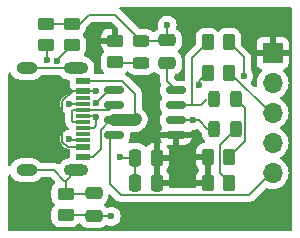
<source format=gtl>
G04 #@! TF.GenerationSoftware,KiCad,Pcbnew,8.0.7*
G04 #@! TF.CreationDate,2025-01-24T00:56:05+09:00*
G04 #@! TF.ProjectId,ch340_silial_release,63683334-305f-4736-996c-69616c5f7265,rev?*
G04 #@! TF.SameCoordinates,Original*
G04 #@! TF.FileFunction,Copper,L1,Top*
G04 #@! TF.FilePolarity,Positive*
%FSLAX46Y46*%
G04 Gerber Fmt 4.6, Leading zero omitted, Abs format (unit mm)*
G04 Created by KiCad (PCBNEW 8.0.7) date 2025-01-24 00:56:05*
%MOMM*%
%LPD*%
G01*
G04 APERTURE LIST*
G04 Aperture macros list*
%AMRoundRect*
0 Rectangle with rounded corners*
0 $1 Rounding radius*
0 $2 $3 $4 $5 $6 $7 $8 $9 X,Y pos of 4 corners*
0 Add a 4 corners polygon primitive as box body*
4,1,4,$2,$3,$4,$5,$6,$7,$8,$9,$2,$3,0*
0 Add four circle primitives for the rounded corners*
1,1,$1+$1,$2,$3*
1,1,$1+$1,$4,$5*
1,1,$1+$1,$6,$7*
1,1,$1+$1,$8,$9*
0 Add four rect primitives between the rounded corners*
20,1,$1+$1,$2,$3,$4,$5,0*
20,1,$1+$1,$4,$5,$6,$7,0*
20,1,$1+$1,$6,$7,$8,$9,0*
20,1,$1+$1,$8,$9,$2,$3,0*%
G04 Aperture macros list end*
G04 #@! TA.AperFunction,SMDPad,CuDef*
%ADD10R,1.240000X0.600000*%
G04 #@! TD*
G04 #@! TA.AperFunction,SMDPad,CuDef*
%ADD11R,1.240000X0.300000*%
G04 #@! TD*
G04 #@! TA.AperFunction,ComponentPad*
%ADD12O,2.100000X1.000000*%
G04 #@! TD*
G04 #@! TA.AperFunction,ComponentPad*
%ADD13O,1.800000X1.000000*%
G04 #@! TD*
G04 #@! TA.AperFunction,ComponentPad*
%ADD14R,1.700000X1.700000*%
G04 #@! TD*
G04 #@! TA.AperFunction,ComponentPad*
%ADD15O,1.700000X1.700000*%
G04 #@! TD*
G04 #@! TA.AperFunction,SMDPad,CuDef*
%ADD16RoundRect,0.250000X0.262500X0.450000X-0.262500X0.450000X-0.262500X-0.450000X0.262500X-0.450000X0*%
G04 #@! TD*
G04 #@! TA.AperFunction,SMDPad,CuDef*
%ADD17RoundRect,0.250000X-0.450000X0.262500X-0.450000X-0.262500X0.450000X-0.262500X0.450000X0.262500X0*%
G04 #@! TD*
G04 #@! TA.AperFunction,SMDPad,CuDef*
%ADD18RoundRect,0.250000X0.450000X-0.262500X0.450000X0.262500X-0.450000X0.262500X-0.450000X-0.262500X0*%
G04 #@! TD*
G04 #@! TA.AperFunction,SMDPad,CuDef*
%ADD19RoundRect,0.150000X-0.675000X-0.150000X0.675000X-0.150000X0.675000X0.150000X-0.675000X0.150000X0*%
G04 #@! TD*
G04 #@! TA.AperFunction,SMDPad,CuDef*
%ADD20RoundRect,0.243750X-0.456250X0.243750X-0.456250X-0.243750X0.456250X-0.243750X0.456250X0.243750X0*%
G04 #@! TD*
G04 #@! TA.AperFunction,SMDPad,CuDef*
%ADD21RoundRect,0.250000X-0.475000X0.250000X-0.475000X-0.250000X0.475000X-0.250000X0.475000X0.250000X0*%
G04 #@! TD*
G04 #@! TA.AperFunction,SMDPad,CuDef*
%ADD22RoundRect,0.250000X0.475000X-0.250000X0.475000X0.250000X-0.475000X0.250000X-0.475000X-0.250000X0*%
G04 #@! TD*
G04 #@! TA.AperFunction,SMDPad,CuDef*
%ADD23RoundRect,0.250000X-0.250000X-0.475000X0.250000X-0.475000X0.250000X0.475000X-0.250000X0.475000X0*%
G04 #@! TD*
G04 #@! TA.AperFunction,SMDPad,CuDef*
%ADD24RoundRect,0.243750X-0.243750X-0.456250X0.243750X-0.456250X0.243750X0.456250X-0.243750X0.456250X0*%
G04 #@! TD*
G04 #@! TA.AperFunction,ViaPad*
%ADD25C,0.600000*%
G04 #@! TD*
G04 #@! TA.AperFunction,Conductor*
%ADD26C,0.200000*%
G04 #@! TD*
G04 #@! TA.AperFunction,Conductor*
%ADD27C,1.000000*%
G04 #@! TD*
G04 APERTURE END LIST*
D10*
X108620000Y-56810000D03*
X108620000Y-57610000D03*
D11*
X108620000Y-58760000D03*
X108620000Y-59760000D03*
X108620000Y-60260000D03*
X108620000Y-61260000D03*
D10*
X108620000Y-62410000D03*
X108620000Y-63210000D03*
X108620000Y-63210000D03*
X108620000Y-62410000D03*
D11*
X108620000Y-61760000D03*
X108620000Y-60760000D03*
X108620000Y-59260000D03*
X108620000Y-58260000D03*
D10*
X108620000Y-57610000D03*
X108620000Y-56810000D03*
D12*
X108020000Y-55690000D03*
D13*
X103820000Y-55690000D03*
D12*
X108020000Y-64330000D03*
D13*
X103820000Y-64330000D03*
D14*
X124650000Y-54410000D03*
D15*
X124650000Y-56950000D03*
X124650000Y-59490000D03*
X124650000Y-62030000D03*
X124650000Y-64570000D03*
D16*
X120987500Y-63225000D03*
X119162500Y-63225000D03*
D17*
X111325000Y-53362500D03*
X111325000Y-55187500D03*
X105500000Y-51937500D03*
X105500000Y-53762500D03*
D18*
X107125000Y-68162500D03*
X107125000Y-66337500D03*
D19*
X111225000Y-57570000D03*
X111225000Y-58840000D03*
X111225000Y-60110000D03*
X111225000Y-61380000D03*
X116475000Y-61380000D03*
X116475000Y-60110000D03*
X116475000Y-58840000D03*
X116475000Y-57570000D03*
D20*
X113500000Y-53387500D03*
X113500000Y-55262500D03*
D21*
X109500000Y-66300000D03*
X109500000Y-68200000D03*
D16*
X120967500Y-56075000D03*
X119142500Y-56075000D03*
D22*
X115725000Y-55250000D03*
X115725000Y-53350000D03*
D16*
X120987500Y-65425000D03*
X119162500Y-65425000D03*
D23*
X112975000Y-65395000D03*
X114875000Y-65395000D03*
D24*
X119650000Y-58325000D03*
X121525000Y-58325000D03*
D17*
X107650000Y-51937500D03*
X107650000Y-53762500D03*
D23*
X112975000Y-63275000D03*
X114875000Y-63275000D03*
D16*
X120967500Y-53523332D03*
X119142500Y-53523332D03*
D24*
X119650000Y-60825000D03*
X121525000Y-60825000D03*
D25*
X109700000Y-53400000D03*
X109725000Y-57650000D03*
X107425000Y-58750000D03*
X107450000Y-61725000D03*
X115725000Y-52050000D03*
X113075000Y-60025000D03*
X111700000Y-63250000D03*
X110975000Y-68250000D03*
X122199265Y-56375735D03*
X117900000Y-60110000D03*
X118450000Y-57125000D03*
X109740002Y-58660000D03*
X109700000Y-59860000D03*
X106375000Y-55075000D03*
X105525000Y-55025000D03*
D26*
X111287500Y-51175000D02*
X113500000Y-53387500D01*
X108337500Y-51937500D02*
X109100000Y-51175000D01*
X109100000Y-51175000D02*
X111287500Y-51175000D01*
X107650000Y-51937500D02*
X108337500Y-51937500D01*
X111287500Y-53400000D02*
X111325000Y-53362500D01*
X109700000Y-53400000D02*
X111287500Y-53400000D01*
X109685000Y-57610000D02*
X109725000Y-57650000D01*
X108620000Y-57610000D02*
X109685000Y-57610000D01*
X105500000Y-51937500D02*
X107650000Y-51937500D01*
X111400000Y-55262500D02*
X111325000Y-55187500D01*
X113500000Y-55262500D02*
X111400000Y-55262500D01*
X106825000Y-61950000D02*
X107285000Y-62410000D01*
X107285000Y-62410000D02*
X108620000Y-62410000D01*
X107716471Y-57610000D02*
X106825000Y-58501471D01*
X108620000Y-57610000D02*
X107716471Y-57610000D01*
X106825000Y-58501471D02*
X106825000Y-61950000D01*
X107435000Y-58760000D02*
X107425000Y-58750000D01*
X108620000Y-58760000D02*
X107435000Y-58760000D01*
X107485000Y-61760000D02*
X107450000Y-61725000D01*
X108620000Y-61760000D02*
X107485000Y-61760000D01*
D27*
X112990000Y-60110000D02*
X113075000Y-60025000D01*
D26*
X113500000Y-53387500D02*
X115687500Y-53387500D01*
X109500000Y-68200000D02*
X110925000Y-68200000D01*
X110925000Y-68200000D02*
X110975000Y-68250000D01*
X107125000Y-68162500D02*
X109462500Y-68162500D01*
X112975000Y-63275000D02*
X111725000Y-63275000D01*
X110100000Y-60900000D02*
X110890000Y-60110000D01*
D27*
X111225000Y-60110000D02*
X112990000Y-60110000D01*
D26*
X109462500Y-68162500D02*
X109500000Y-68200000D01*
X112990000Y-57869448D02*
X112990000Y-60110000D01*
X108620000Y-56810000D02*
X111930552Y-56810000D01*
X108620000Y-63210000D02*
X109440000Y-63210000D01*
X115725000Y-53350000D02*
X115725000Y-52050000D01*
X110100000Y-62550000D02*
X110100000Y-60900000D01*
X109440000Y-63210000D02*
X110100000Y-62550000D01*
X111725000Y-63275000D02*
X111700000Y-63250000D01*
X112975000Y-65395000D02*
X112975000Y-63275000D01*
X110890000Y-60110000D02*
X111225000Y-60110000D01*
X115687500Y-53387500D02*
X115725000Y-53350000D01*
X111930552Y-56810000D02*
X112990000Y-57869448D01*
X115725000Y-56820000D02*
X115725000Y-55250000D01*
X116475000Y-57570000D02*
X115725000Y-56820000D01*
X114875000Y-65395000D02*
X114875000Y-63275000D01*
X111806471Y-66425000D02*
X110925000Y-65543529D01*
X110925000Y-61680000D02*
X111225000Y-61380000D01*
X124500000Y-64605000D02*
X122680000Y-66425000D01*
X122680000Y-66425000D02*
X111806471Y-66425000D01*
X110925000Y-65543529D02*
X110925000Y-61680000D01*
X120967500Y-56075000D02*
X121050000Y-56075000D01*
X121050000Y-56075000D02*
X124500000Y-59525000D01*
X122199265Y-54755097D02*
X122199265Y-56375735D01*
X120967500Y-53523332D02*
X122199265Y-54755097D01*
X117900000Y-60110000D02*
X118422500Y-60110000D01*
X118422500Y-60110000D02*
X119137500Y-60825000D01*
X116475000Y-60110000D02*
X117900000Y-60110000D01*
X118450000Y-57125000D02*
X118450000Y-56767500D01*
X118450000Y-56767500D02*
X119142500Y-56075000D01*
X120175000Y-64612500D02*
X120175000Y-62175000D01*
X120987500Y-65425000D02*
X120175000Y-64612500D01*
X120175000Y-62175000D02*
X121525000Y-60825000D01*
X116475000Y-58840000D02*
X117850000Y-58840000D01*
X117850000Y-58840000D02*
X118597500Y-58840000D01*
X117850000Y-58840000D02*
X117850000Y-54815832D01*
X118597500Y-58840000D02*
X119137500Y-58300000D01*
X117850000Y-54815832D02*
X119142500Y-53523332D01*
X122312500Y-61900000D02*
X120987500Y-63225000D01*
X122312500Y-59112500D02*
X122312500Y-61900000D01*
X121525000Y-58325000D02*
X122312500Y-59112500D01*
X106105000Y-64330000D02*
X103820000Y-64330000D01*
X107125000Y-66337500D02*
X107125000Y-65225000D01*
X107125000Y-66337500D02*
X109462500Y-66337500D01*
X107000000Y-65225000D02*
X106105000Y-64330000D01*
X107125000Y-65225000D02*
X107000000Y-65225000D01*
X109462500Y-66337500D02*
X109500000Y-66300000D01*
X103820000Y-55690000D02*
X108020000Y-55690000D01*
X107125000Y-65225000D02*
X108020000Y-64330000D01*
X109740002Y-58660000D02*
X110830002Y-57570000D01*
X109600000Y-59760000D02*
X109700000Y-59860000D01*
X109700000Y-60550000D02*
X109700000Y-59860000D01*
X108620000Y-60760000D02*
X109490000Y-60760000D01*
X110830002Y-57570000D02*
X111225000Y-57570000D01*
X108620000Y-59760000D02*
X109600000Y-59760000D01*
X109490000Y-60760000D02*
X109700000Y-60550000D01*
X106375000Y-55037500D02*
X107650000Y-53762500D01*
X106375000Y-55075000D02*
X106375000Y-55037500D01*
X106375000Y-55075000D02*
X106560000Y-54890000D01*
X110805000Y-59260000D02*
X111225000Y-58840000D01*
X107750000Y-60260000D02*
X107700000Y-60210000D01*
X111160000Y-58775000D02*
X111225000Y-58840000D01*
X107700000Y-60210000D02*
X107700000Y-59310000D01*
X107700000Y-59310000D02*
X107750000Y-59260000D01*
X107750000Y-59260000D02*
X108620000Y-59260000D01*
X108620000Y-59260000D02*
X110805000Y-59260000D01*
X108620000Y-60260000D02*
X107750000Y-60260000D01*
X105525000Y-53787500D02*
X105500000Y-53762500D01*
X105525000Y-55025000D02*
X105525000Y-53787500D01*
G04 #@! TA.AperFunction,Conductor*
G36*
X126217539Y-50525185D02*
G01*
X126263294Y-50577989D01*
X126274500Y-50629500D01*
X126274500Y-69375500D01*
X126254815Y-69442539D01*
X126202011Y-69488294D01*
X126150500Y-69499500D01*
X102399500Y-69499500D01*
X102332461Y-69479815D01*
X102286706Y-69427011D01*
X102275500Y-69375500D01*
X102275500Y-64804755D01*
X102295185Y-64737716D01*
X102347989Y-64691961D01*
X102417147Y-64682017D01*
X102480703Y-64711042D01*
X102514061Y-64757303D01*
X102533364Y-64803908D01*
X102533371Y-64803920D01*
X102642860Y-64967781D01*
X102642863Y-64967785D01*
X102782214Y-65107136D01*
X102782218Y-65107139D01*
X102946079Y-65216628D01*
X102946092Y-65216635D01*
X103076138Y-65270501D01*
X103128165Y-65292051D01*
X103128169Y-65292051D01*
X103128170Y-65292052D01*
X103321456Y-65330500D01*
X103321459Y-65330500D01*
X104318543Y-65330500D01*
X104466846Y-65301000D01*
X104511835Y-65292051D01*
X104693914Y-65216632D01*
X104857782Y-65107139D01*
X104877103Y-65087818D01*
X104998103Y-64966819D01*
X105059426Y-64933334D01*
X105085784Y-64930500D01*
X105804903Y-64930500D01*
X105871942Y-64950185D01*
X105892584Y-64966819D01*
X106220460Y-65294695D01*
X106253945Y-65356018D01*
X106248961Y-65425710D01*
X106209692Y-65479640D01*
X106206346Y-65482285D01*
X106082289Y-65606342D01*
X105990187Y-65755663D01*
X105990185Y-65755668D01*
X105971090Y-65813294D01*
X105935001Y-65922203D01*
X105935001Y-65922204D01*
X105935000Y-65922204D01*
X105924500Y-66024983D01*
X105924500Y-66650001D01*
X105924501Y-66650019D01*
X105935000Y-66752796D01*
X105935001Y-66752799D01*
X105973618Y-66869336D01*
X105990186Y-66919334D01*
X106055669Y-67025500D01*
X106082289Y-67068657D01*
X106175951Y-67162319D01*
X106209436Y-67223642D01*
X106204452Y-67293334D01*
X106175951Y-67337681D01*
X106082289Y-67431342D01*
X105990187Y-67580663D01*
X105990186Y-67580666D01*
X105935001Y-67747203D01*
X105935001Y-67747204D01*
X105935000Y-67747204D01*
X105924500Y-67849983D01*
X105924500Y-68475001D01*
X105924501Y-68475019D01*
X105935000Y-68577796D01*
X105935001Y-68577799D01*
X105942200Y-68599523D01*
X105990186Y-68744334D01*
X106082288Y-68893656D01*
X106206344Y-69017712D01*
X106355666Y-69109814D01*
X106522203Y-69164999D01*
X106624991Y-69175500D01*
X107625008Y-69175499D01*
X107625016Y-69175498D01*
X107625019Y-69175498D01*
X107681302Y-69169748D01*
X107727797Y-69164999D01*
X107894334Y-69109814D01*
X108043656Y-69017712D01*
X108167712Y-68893656D01*
X108186752Y-68862787D01*
X108238699Y-68816064D01*
X108307662Y-68804841D01*
X108371744Y-68832685D01*
X108397827Y-68862786D01*
X108432288Y-68918656D01*
X108556344Y-69042712D01*
X108705666Y-69134814D01*
X108872203Y-69189999D01*
X108974991Y-69200500D01*
X110025008Y-69200499D01*
X110025016Y-69200498D01*
X110025019Y-69200498D01*
X110081302Y-69194748D01*
X110127797Y-69189999D01*
X110294334Y-69134814D01*
X110443656Y-69042712D01*
X110485712Y-69000656D01*
X110547035Y-68967170D01*
X110616726Y-68972154D01*
X110624239Y-68975355D01*
X110625476Y-68975787D01*
X110625478Y-68975789D01*
X110686462Y-68997128D01*
X110795737Y-69035366D01*
X110795743Y-69035367D01*
X110795745Y-69035368D01*
X110795746Y-69035368D01*
X110795750Y-69035369D01*
X110974996Y-69055565D01*
X110975000Y-69055565D01*
X110975004Y-69055565D01*
X111154249Y-69035369D01*
X111154252Y-69035368D01*
X111154255Y-69035368D01*
X111324522Y-68975789D01*
X111477262Y-68879816D01*
X111604816Y-68752262D01*
X111700789Y-68599522D01*
X111760368Y-68429255D01*
X111780565Y-68250000D01*
X111760368Y-68070745D01*
X111700789Y-67900478D01*
X111604816Y-67747738D01*
X111477262Y-67620184D01*
X111384663Y-67562000D01*
X111324523Y-67524211D01*
X111154254Y-67464631D01*
X111154249Y-67464630D01*
X110975004Y-67444435D01*
X110974996Y-67444435D01*
X110795750Y-67464630D01*
X110795742Y-67464632D01*
X110687981Y-67502339D01*
X110618202Y-67505900D01*
X110559346Y-67472978D01*
X110443658Y-67357290D01*
X110443656Y-67357288D01*
X110440819Y-67355538D01*
X110439283Y-67353830D01*
X110437989Y-67352807D01*
X110438163Y-67352585D01*
X110394096Y-67303594D01*
X110382872Y-67234632D01*
X110410713Y-67170549D01*
X110440817Y-67144462D01*
X110443656Y-67142712D01*
X110567712Y-67018656D01*
X110659814Y-66869334D01*
X110714999Y-66702797D01*
X110725500Y-66600009D01*
X110725499Y-66492623D01*
X110745183Y-66425586D01*
X110797987Y-66379831D01*
X110867145Y-66369887D01*
X110930701Y-66398911D01*
X110937180Y-66404944D01*
X111321610Y-66789374D01*
X111321620Y-66789385D01*
X111325950Y-66793715D01*
X111325951Y-66793716D01*
X111437755Y-66905520D01*
X111461686Y-66919336D01*
X111524566Y-66955639D01*
X111524568Y-66955641D01*
X111574684Y-66984576D01*
X111574686Y-66984577D01*
X111727413Y-67025500D01*
X111727414Y-67025500D01*
X122593331Y-67025500D01*
X122593347Y-67025501D01*
X122600943Y-67025501D01*
X122759054Y-67025501D01*
X122759057Y-67025501D01*
X122911785Y-66984577D01*
X122961904Y-66955639D01*
X123048716Y-66905520D01*
X123160520Y-66793716D01*
X123160520Y-66793714D01*
X123170728Y-66783507D01*
X123170729Y-66783504D01*
X124075772Y-65878462D01*
X124137093Y-65844979D01*
X124195544Y-65846370D01*
X124414592Y-65905063D01*
X124602918Y-65921539D01*
X124649999Y-65925659D01*
X124650000Y-65925659D01*
X124650001Y-65925659D01*
X124689501Y-65922203D01*
X124885408Y-65905063D01*
X125113663Y-65843903D01*
X125327830Y-65744035D01*
X125521401Y-65608495D01*
X125688495Y-65441401D01*
X125824035Y-65247830D01*
X125923903Y-65033663D01*
X125985063Y-64805408D01*
X126005659Y-64570000D01*
X125985063Y-64334592D01*
X125933903Y-64143657D01*
X125923905Y-64106344D01*
X125923904Y-64106343D01*
X125923903Y-64106337D01*
X125824035Y-63892171D01*
X125806793Y-63867546D01*
X125688494Y-63698597D01*
X125521402Y-63531506D01*
X125521396Y-63531501D01*
X125335842Y-63401575D01*
X125292217Y-63346998D01*
X125285023Y-63277500D01*
X125316546Y-63215145D01*
X125335842Y-63198425D01*
X125477835Y-63099000D01*
X125521401Y-63068495D01*
X125688495Y-62901401D01*
X125824035Y-62707830D01*
X125923903Y-62493663D01*
X125985063Y-62265408D01*
X126005659Y-62030000D01*
X125985063Y-61794592D01*
X125923903Y-61566337D01*
X125824035Y-61352171D01*
X125809110Y-61330855D01*
X125688494Y-61158597D01*
X125521402Y-60991506D01*
X125521396Y-60991501D01*
X125335842Y-60861575D01*
X125292217Y-60806998D01*
X125285023Y-60737500D01*
X125316546Y-60675145D01*
X125335842Y-60658425D01*
X125378271Y-60628716D01*
X125521401Y-60528495D01*
X125688495Y-60361401D01*
X125824035Y-60167830D01*
X125923903Y-59953663D01*
X125985063Y-59725408D01*
X126005659Y-59490000D01*
X125985063Y-59254592D01*
X125923903Y-59026337D01*
X125824035Y-58812171D01*
X125776151Y-58743784D01*
X125688494Y-58618597D01*
X125521402Y-58451506D01*
X125521396Y-58451501D01*
X125335842Y-58321575D01*
X125292217Y-58266998D01*
X125285023Y-58197500D01*
X125316546Y-58135145D01*
X125335842Y-58118425D01*
X125358026Y-58102891D01*
X125521401Y-57988495D01*
X125688495Y-57821401D01*
X125824035Y-57627830D01*
X125923903Y-57413663D01*
X125985063Y-57185408D01*
X126005659Y-56950000D01*
X125985063Y-56714592D01*
X125923903Y-56486337D01*
X125824035Y-56272171D01*
X125823597Y-56271546D01*
X125688496Y-56078600D01*
X125636107Y-56026211D01*
X125566179Y-55956283D01*
X125532696Y-55894963D01*
X125537680Y-55825271D01*
X125579551Y-55769337D01*
X125610529Y-55752422D01*
X125742086Y-55703354D01*
X125742093Y-55703350D01*
X125857187Y-55617190D01*
X125857190Y-55617187D01*
X125943350Y-55502093D01*
X125943354Y-55502086D01*
X125993596Y-55367379D01*
X125993598Y-55367372D01*
X125999999Y-55307844D01*
X126000000Y-55307827D01*
X126000000Y-54660000D01*
X125083012Y-54660000D01*
X125115925Y-54602993D01*
X125150000Y-54475826D01*
X125150000Y-54344174D01*
X125115925Y-54217007D01*
X125083012Y-54160000D01*
X126000000Y-54160000D01*
X126000000Y-53512172D01*
X125999999Y-53512155D01*
X125993598Y-53452627D01*
X125993596Y-53452620D01*
X125943354Y-53317913D01*
X125943350Y-53317906D01*
X125857190Y-53202812D01*
X125857187Y-53202809D01*
X125742093Y-53116649D01*
X125742086Y-53116645D01*
X125607379Y-53066403D01*
X125607372Y-53066401D01*
X125547844Y-53060000D01*
X124900000Y-53060000D01*
X124900000Y-53976988D01*
X124842993Y-53944075D01*
X124715826Y-53910000D01*
X124584174Y-53910000D01*
X124457007Y-53944075D01*
X124400000Y-53976988D01*
X124400000Y-53060000D01*
X123752155Y-53060000D01*
X123692627Y-53066401D01*
X123692620Y-53066403D01*
X123557913Y-53116645D01*
X123557906Y-53116649D01*
X123442812Y-53202809D01*
X123442809Y-53202812D01*
X123356649Y-53317906D01*
X123356645Y-53317913D01*
X123306403Y-53452620D01*
X123306401Y-53452627D01*
X123300000Y-53512155D01*
X123300000Y-54160000D01*
X124216988Y-54160000D01*
X124184075Y-54217007D01*
X124150000Y-54344174D01*
X124150000Y-54475826D01*
X124184075Y-54602993D01*
X124216988Y-54660000D01*
X123300000Y-54660000D01*
X123300000Y-55307844D01*
X123306401Y-55367372D01*
X123306403Y-55367379D01*
X123356645Y-55502086D01*
X123356649Y-55502093D01*
X123442809Y-55617187D01*
X123442812Y-55617190D01*
X123557906Y-55703350D01*
X123557913Y-55703354D01*
X123689470Y-55752421D01*
X123745403Y-55794292D01*
X123769821Y-55859756D01*
X123754970Y-55928029D01*
X123733819Y-55956284D01*
X123611503Y-56078600D01*
X123475965Y-56272169D01*
X123475964Y-56272171D01*
X123376098Y-56486335D01*
X123376094Y-56486344D01*
X123314938Y-56714586D01*
X123314936Y-56714596D01*
X123294341Y-56949999D01*
X123294341Y-56950002D01*
X123314514Y-57180582D01*
X123300747Y-57249082D01*
X123252132Y-57299265D01*
X123184103Y-57315198D01*
X123118260Y-57291823D01*
X123103305Y-57279070D01*
X122850056Y-57025821D01*
X122816571Y-56964498D01*
X122821555Y-56894806D01*
X122832744Y-56872168D01*
X122925052Y-56725261D01*
X122925052Y-56725259D01*
X122925054Y-56725257D01*
X122984633Y-56554990D01*
X122985617Y-56546261D01*
X123004830Y-56375738D01*
X123004830Y-56375731D01*
X122984634Y-56196485D01*
X122984633Y-56196480D01*
X122943385Y-56078600D01*
X122925054Y-56026213D01*
X122829081Y-55873473D01*
X122829079Y-55873471D01*
X122829078Y-55873469D01*
X122826815Y-55870631D01*
X122825924Y-55868450D01*
X122825376Y-55867577D01*
X122825529Y-55867480D01*
X122800409Y-55805944D01*
X122799765Y-55793322D01*
X122799765Y-54844157D01*
X122799766Y-54844144D01*
X122799766Y-54676041D01*
X122794971Y-54658146D01*
X122758842Y-54523313D01*
X122742235Y-54494549D01*
X122679789Y-54386387D01*
X122679783Y-54386379D01*
X122016818Y-53723414D01*
X121983333Y-53662091D01*
X121980499Y-53635733D01*
X121980499Y-53023330D01*
X121980498Y-53023313D01*
X121969999Y-52920535D01*
X121969998Y-52920532D01*
X121946626Y-52850000D01*
X121914814Y-52753998D01*
X121822712Y-52604676D01*
X121698656Y-52480620D01*
X121567139Y-52399500D01*
X121549336Y-52388519D01*
X121549331Y-52388517D01*
X121523070Y-52379815D01*
X121382797Y-52333333D01*
X121382795Y-52333332D01*
X121280010Y-52322832D01*
X120654998Y-52322832D01*
X120654980Y-52322833D01*
X120552203Y-52333332D01*
X120552200Y-52333333D01*
X120385668Y-52388517D01*
X120385663Y-52388519D01*
X120236342Y-52480621D01*
X120142681Y-52574283D01*
X120081358Y-52607768D01*
X120011666Y-52602784D01*
X119967319Y-52574283D01*
X119873657Y-52480621D01*
X119873656Y-52480620D01*
X119742139Y-52399500D01*
X119724336Y-52388519D01*
X119724331Y-52388517D01*
X119698070Y-52379815D01*
X119557797Y-52333333D01*
X119557795Y-52333332D01*
X119455010Y-52322832D01*
X118829998Y-52322832D01*
X118829980Y-52322833D01*
X118727203Y-52333332D01*
X118727200Y-52333333D01*
X118560668Y-52388517D01*
X118560663Y-52388519D01*
X118411342Y-52480621D01*
X118287289Y-52604674D01*
X118195187Y-52753995D01*
X118195185Y-52754000D01*
X118172108Y-52823642D01*
X118140001Y-52920535D01*
X118140001Y-52920536D01*
X118140000Y-52920536D01*
X118129500Y-53023315D01*
X118129500Y-53635734D01*
X118109815Y-53702773D01*
X118093181Y-53723415D01*
X117369481Y-54447114D01*
X117369479Y-54447117D01*
X117354893Y-54472381D01*
X117325820Y-54522738D01*
X117290423Y-54584047D01*
X117249499Y-54736775D01*
X117249499Y-54736777D01*
X117249499Y-54904878D01*
X117249500Y-54904891D01*
X117249500Y-56645500D01*
X117229815Y-56712539D01*
X117177011Y-56758294D01*
X117125500Y-56769500D01*
X116575097Y-56769500D01*
X116508058Y-56749815D01*
X116487416Y-56733181D01*
X116361819Y-56607584D01*
X116328334Y-56546261D01*
X116325500Y-56519903D01*
X116325500Y-56338585D01*
X116345185Y-56271546D01*
X116397989Y-56225791D01*
X116410489Y-56220881D01*
X116519334Y-56184814D01*
X116668656Y-56092712D01*
X116792712Y-55968656D01*
X116884814Y-55819334D01*
X116939999Y-55652797D01*
X116950500Y-55550009D01*
X116950499Y-54949992D01*
X116949497Y-54940187D01*
X116939999Y-54847203D01*
X116939998Y-54847200D01*
X116919634Y-54785747D01*
X116884814Y-54680666D01*
X116792712Y-54531344D01*
X116668656Y-54407288D01*
X116665819Y-54405538D01*
X116664283Y-54403830D01*
X116662989Y-54402807D01*
X116663163Y-54402585D01*
X116619096Y-54353594D01*
X116607872Y-54284632D01*
X116635713Y-54220549D01*
X116665817Y-54194462D01*
X116668656Y-54192712D01*
X116792712Y-54068656D01*
X116884814Y-53919334D01*
X116939999Y-53752797D01*
X116950500Y-53650009D01*
X116950499Y-53049992D01*
X116947775Y-53023330D01*
X116939999Y-52947203D01*
X116939998Y-52947200D01*
X116926772Y-52907288D01*
X116884814Y-52780666D01*
X116792712Y-52631344D01*
X116668656Y-52507288D01*
X116543331Y-52429987D01*
X116496608Y-52378040D01*
X116485385Y-52309077D01*
X116491385Y-52283502D01*
X116510368Y-52229255D01*
X116530565Y-52050000D01*
X116510368Y-51870745D01*
X116450789Y-51700478D01*
X116354816Y-51547738D01*
X116227262Y-51420184D01*
X116074523Y-51324211D01*
X115904254Y-51264631D01*
X115904249Y-51264630D01*
X115725004Y-51244435D01*
X115724996Y-51244435D01*
X115545750Y-51264630D01*
X115545745Y-51264631D01*
X115375476Y-51324211D01*
X115222737Y-51420184D01*
X115095184Y-51547737D01*
X114999211Y-51700476D01*
X114939631Y-51870745D01*
X114939630Y-51870750D01*
X114919435Y-52049996D01*
X114919435Y-52050003D01*
X114939630Y-52229249D01*
X114939632Y-52229257D01*
X114958611Y-52283496D01*
X114962172Y-52353275D01*
X114927443Y-52413902D01*
X114906666Y-52429989D01*
X114781345Y-52507287D01*
X114664511Y-52624121D01*
X114603188Y-52657605D01*
X114533496Y-52652621D01*
X114489149Y-52624120D01*
X114421003Y-52555974D01*
X114420999Y-52555971D01*
X114272933Y-52464642D01*
X114272927Y-52464639D01*
X114272925Y-52464638D01*
X114168358Y-52429988D01*
X114107776Y-52409913D01*
X114005855Y-52399500D01*
X114005848Y-52399500D01*
X113412598Y-52399500D01*
X113345559Y-52379815D01*
X113324917Y-52363181D01*
X111775090Y-50813355D01*
X111775088Y-50813352D01*
X111678917Y-50717181D01*
X111645432Y-50655858D01*
X111650416Y-50586166D01*
X111692288Y-50530233D01*
X111757752Y-50505816D01*
X111766598Y-50505500D01*
X126150500Y-50505500D01*
X126217539Y-50525185D01*
G37*
G04 #@! TD.AperFunction*
G04 #@! TA.AperFunction,Conductor*
G36*
X112429002Y-55959878D02*
G01*
X112473350Y-55988379D01*
X112578996Y-56094025D01*
X112579000Y-56094028D01*
X112727066Y-56185357D01*
X112727069Y-56185358D01*
X112727075Y-56185362D01*
X112892225Y-56240087D01*
X112994152Y-56250500D01*
X112994157Y-56250500D01*
X114005843Y-56250500D01*
X114005848Y-56250500D01*
X114107775Y-56240087D01*
X114272925Y-56185362D01*
X114421003Y-56094026D01*
X114514152Y-56000876D01*
X114575471Y-55967394D01*
X114645163Y-55972378D01*
X114689511Y-56000879D01*
X114781344Y-56092712D01*
X114930666Y-56184814D01*
X115039505Y-56220879D01*
X115096949Y-56260652D01*
X115123772Y-56325167D01*
X115124500Y-56338585D01*
X115124500Y-56733330D01*
X115124499Y-56733348D01*
X115124499Y-56899054D01*
X115124498Y-56899054D01*
X115165424Y-57051788D01*
X115181657Y-57079904D01*
X115198130Y-57147804D01*
X115193346Y-57176499D01*
X115152402Y-57317426D01*
X115152401Y-57317432D01*
X115149500Y-57354298D01*
X115149500Y-57785701D01*
X115152401Y-57822567D01*
X115152402Y-57822573D01*
X115198254Y-57980393D01*
X115198255Y-57980396D01*
X115198256Y-57980398D01*
X115203045Y-57988495D01*
X115281917Y-58121862D01*
X115286702Y-58128031D01*
X115284256Y-58129927D01*
X115310857Y-58178642D01*
X115305873Y-58248334D01*
X115285069Y-58280703D01*
X115286702Y-58281969D01*
X115281917Y-58288137D01*
X115198255Y-58429603D01*
X115198254Y-58429606D01*
X115152402Y-58587426D01*
X115152401Y-58587432D01*
X115149500Y-58624298D01*
X115149500Y-59055701D01*
X115152401Y-59092567D01*
X115152402Y-59092573D01*
X115198254Y-59250393D01*
X115198255Y-59250396D01*
X115198256Y-59250398D01*
X115200733Y-59254586D01*
X115281917Y-59391862D01*
X115286702Y-59398031D01*
X115284256Y-59399927D01*
X115310857Y-59448642D01*
X115305873Y-59518334D01*
X115285069Y-59550703D01*
X115286702Y-59551969D01*
X115281917Y-59558137D01*
X115198255Y-59699603D01*
X115198254Y-59699606D01*
X115152402Y-59857426D01*
X115152401Y-59857432D01*
X115149500Y-59894298D01*
X115149500Y-60325701D01*
X115152401Y-60362567D01*
X115152402Y-60362573D01*
X115198254Y-60520393D01*
X115198255Y-60520396D01*
X115198256Y-60520398D01*
X115203045Y-60528495D01*
X115281917Y-60661862D01*
X115286702Y-60668031D01*
X115284369Y-60669840D01*
X115311210Y-60718995D01*
X115306226Y-60788687D01*
X115285470Y-60821021D01*
X115287097Y-60822283D01*
X115282313Y-60828449D01*
X115198718Y-60969801D01*
X115152899Y-61127513D01*
X115152704Y-61129998D01*
X115152705Y-61130000D01*
X117797295Y-61130000D01*
X117797295Y-61129998D01*
X117797100Y-61127513D01*
X117781600Y-61074160D01*
X117781800Y-61004290D01*
X117819742Y-60945620D01*
X117883381Y-60916777D01*
X117898896Y-60915689D01*
X117899998Y-60915564D01*
X117900000Y-60915565D01*
X117997385Y-60904592D01*
X118079249Y-60895369D01*
X118079252Y-60895368D01*
X118079255Y-60895368D01*
X118079256Y-60895367D01*
X118079259Y-60895367D01*
X118128767Y-60878043D01*
X118212673Y-60848682D01*
X118282450Y-60845120D01*
X118341308Y-60878043D01*
X118625681Y-61162416D01*
X118659166Y-61223739D01*
X118662000Y-61250097D01*
X118662000Y-61330855D01*
X118672413Y-61432776D01*
X118727137Y-61597922D01*
X118727142Y-61597933D01*
X118818471Y-61745999D01*
X118818474Y-61746003D01*
X118890016Y-61817545D01*
X118923501Y-61878868D01*
X118918517Y-61948560D01*
X118876645Y-62004493D01*
X118814938Y-62028584D01*
X118747302Y-62035494D01*
X118580880Y-62090641D01*
X118580875Y-62090643D01*
X118431654Y-62182684D01*
X118307684Y-62306654D01*
X118215643Y-62455875D01*
X118215641Y-62455880D01*
X118160494Y-62622302D01*
X118160493Y-62622309D01*
X118150000Y-62725013D01*
X118150000Y-62975000D01*
X119038500Y-62975000D01*
X119105539Y-62994685D01*
X119151294Y-63047489D01*
X119162500Y-63099000D01*
X119162500Y-63225000D01*
X119288500Y-63225000D01*
X119355539Y-63244685D01*
X119401294Y-63297489D01*
X119412500Y-63349000D01*
X119412500Y-65301000D01*
X119392815Y-65368039D01*
X119340011Y-65413794D01*
X119288500Y-65425000D01*
X119162500Y-65425000D01*
X119162500Y-65551000D01*
X119142815Y-65618039D01*
X119090011Y-65663794D01*
X119038500Y-65675000D01*
X118150001Y-65675000D01*
X118150001Y-65700500D01*
X118130316Y-65767539D01*
X118077512Y-65813294D01*
X118026001Y-65824500D01*
X115999000Y-65824500D01*
X115931961Y-65804815D01*
X115886206Y-65752011D01*
X115875000Y-65700500D01*
X115875000Y-65645000D01*
X114999000Y-65645000D01*
X114931961Y-65625315D01*
X114886206Y-65572511D01*
X114875000Y-65521000D01*
X114875000Y-65395000D01*
X114749000Y-65395000D01*
X114681961Y-65375315D01*
X114636206Y-65322511D01*
X114625000Y-65271000D01*
X114625000Y-65145000D01*
X115125000Y-65145000D01*
X115874999Y-65145000D01*
X115874999Y-64925013D01*
X118150000Y-64925013D01*
X118150000Y-65175000D01*
X118912500Y-65175000D01*
X118912500Y-63475000D01*
X118150001Y-63475000D01*
X118150001Y-63724986D01*
X118160494Y-63827697D01*
X118215641Y-63994119D01*
X118215643Y-63994124D01*
X118307684Y-64143345D01*
X118401658Y-64237319D01*
X118435143Y-64298642D01*
X118430159Y-64368334D01*
X118401658Y-64412681D01*
X118307684Y-64506654D01*
X118215643Y-64655875D01*
X118215641Y-64655880D01*
X118160494Y-64822302D01*
X118160493Y-64822309D01*
X118150000Y-64925013D01*
X115874999Y-64925013D01*
X115874999Y-64870028D01*
X115874998Y-64870013D01*
X115864505Y-64767302D01*
X115809358Y-64600880D01*
X115809356Y-64600875D01*
X115717315Y-64451654D01*
X115688342Y-64422681D01*
X115654857Y-64361358D01*
X115659841Y-64291666D01*
X115688342Y-64247319D01*
X115717315Y-64218345D01*
X115809356Y-64069124D01*
X115809358Y-64069119D01*
X115864505Y-63902697D01*
X115864506Y-63902690D01*
X115874999Y-63799986D01*
X115875000Y-63799973D01*
X115875000Y-63525000D01*
X115125000Y-63525000D01*
X115125000Y-65145000D01*
X114625000Y-65145000D01*
X114625000Y-62050000D01*
X115125000Y-62050000D01*
X115125000Y-63025000D01*
X115874999Y-63025000D01*
X115874999Y-62750028D01*
X115874998Y-62750013D01*
X115864505Y-62647302D01*
X115809358Y-62480880D01*
X115809353Y-62480869D01*
X115740411Y-62369097D01*
X115721970Y-62301705D01*
X115742892Y-62235041D01*
X115796534Y-62190271D01*
X115845949Y-62180000D01*
X116225000Y-62180000D01*
X116725000Y-62180000D01*
X117215634Y-62180000D01*
X117215649Y-62179999D01*
X117252489Y-62177100D01*
X117252495Y-62177099D01*
X117410193Y-62131283D01*
X117410196Y-62131282D01*
X117551552Y-62047685D01*
X117551561Y-62047678D01*
X117667678Y-61931561D01*
X117667685Y-61931552D01*
X117751281Y-61790198D01*
X117797100Y-61632486D01*
X117797295Y-61630001D01*
X117797295Y-61630000D01*
X116725000Y-61630000D01*
X116725000Y-62180000D01*
X116225000Y-62180000D01*
X116225000Y-61630000D01*
X115152705Y-61630000D01*
X115152704Y-61630001D01*
X115152899Y-61632486D01*
X115198719Y-61790200D01*
X115241701Y-61862880D01*
X115258884Y-61930604D01*
X115236724Y-61996866D01*
X115182257Y-62040629D01*
X115134969Y-62050000D01*
X115125000Y-62050000D01*
X114625000Y-62050000D01*
X114624999Y-62049999D01*
X114575029Y-62050000D01*
X114575011Y-62050001D01*
X114472302Y-62060494D01*
X114305880Y-62115641D01*
X114305875Y-62115643D01*
X114156654Y-62207684D01*
X114032683Y-62331655D01*
X114032679Y-62331660D01*
X114030826Y-62334665D01*
X114029018Y-62336290D01*
X114028202Y-62337323D01*
X114028025Y-62337183D01*
X113978874Y-62381385D01*
X113909911Y-62392601D01*
X113845831Y-62364752D01*
X113819753Y-62334653D01*
X113819737Y-62334628D01*
X113817712Y-62331344D01*
X113693656Y-62207288D01*
X113600888Y-62150069D01*
X113544336Y-62115187D01*
X113544331Y-62115185D01*
X113542862Y-62114698D01*
X113377797Y-62060001D01*
X113377795Y-62060000D01*
X113275010Y-62049500D01*
X112674998Y-62049500D01*
X112674977Y-62049502D01*
X112571898Y-62060031D01*
X112503206Y-62047261D01*
X112452322Y-61999379D01*
X112435402Y-61931589D01*
X112452564Y-61873556D01*
X112501744Y-61790398D01*
X112547598Y-61632569D01*
X112550500Y-61595694D01*
X112550500Y-61234500D01*
X112570185Y-61167461D01*
X112622989Y-61121706D01*
X112674500Y-61110500D01*
X113088543Y-61110500D01*
X113192438Y-61089833D01*
X113244387Y-61079500D01*
X113281836Y-61072051D01*
X113382100Y-61030520D01*
X113463914Y-60996632D01*
X113627782Y-60887139D01*
X113767139Y-60747782D01*
X113767141Y-60747778D01*
X113852139Y-60662781D01*
X113961631Y-60498914D01*
X114037051Y-60316836D01*
X114075500Y-60123540D01*
X114075500Y-59926460D01*
X114075500Y-59926457D01*
X114075499Y-59926455D01*
X114046469Y-59780511D01*
X114037051Y-59733164D01*
X113961631Y-59551086D01*
X113961629Y-59551083D01*
X113961627Y-59551079D01*
X113852139Y-59387219D01*
X113852136Y-59387215D01*
X113712784Y-59247863D01*
X113712780Y-59247860D01*
X113645609Y-59202977D01*
X113600804Y-59149364D01*
X113590500Y-59099875D01*
X113590500Y-57958508D01*
X113590501Y-57958495D01*
X113590501Y-57790392D01*
X113589242Y-57785694D01*
X113549577Y-57637664D01*
X113508588Y-57566668D01*
X113470524Y-57500738D01*
X113470518Y-57500730D01*
X112418142Y-56448355D01*
X112418140Y-56448352D01*
X112299267Y-56329479D01*
X112265848Y-56310185D01*
X112210304Y-56278117D01*
X112162090Y-56227552D01*
X112148866Y-56158945D01*
X112174834Y-56094080D01*
X112207206Y-56065194D01*
X112243656Y-56042712D01*
X112297991Y-55988376D01*
X112359310Y-55954894D01*
X112429002Y-55959878D01*
G37*
G04 #@! TD.AperFunction*
G04 #@! TA.AperFunction,Conductor*
G36*
X102480703Y-56071042D02*
G01*
X102514061Y-56117303D01*
X102533364Y-56163908D01*
X102533371Y-56163920D01*
X102642860Y-56327781D01*
X102642863Y-56327785D01*
X102782214Y-56467136D01*
X102782218Y-56467139D01*
X102946079Y-56576628D01*
X102946092Y-56576635D01*
X103020811Y-56607584D01*
X103128165Y-56652051D01*
X103128169Y-56652051D01*
X103128170Y-56652052D01*
X103321456Y-56690500D01*
X103321459Y-56690500D01*
X104318543Y-56690500D01*
X104448582Y-56664632D01*
X104511835Y-56652051D01*
X104693914Y-56576632D01*
X104857782Y-56467139D01*
X104883637Y-56441284D01*
X104998103Y-56326819D01*
X105059426Y-56293334D01*
X105085784Y-56290500D01*
X106604216Y-56290500D01*
X106671255Y-56310185D01*
X106691897Y-56326819D01*
X106832214Y-56467136D01*
X106832218Y-56467139D01*
X106996079Y-56576628D01*
X106996092Y-56576635D01*
X107070811Y-56607584D01*
X107178165Y-56652051D01*
X107178169Y-56652051D01*
X107178170Y-56652052D01*
X107371456Y-56690500D01*
X107371459Y-56690500D01*
X107375500Y-56690500D01*
X107442539Y-56710185D01*
X107488294Y-56762989D01*
X107499500Y-56814500D01*
X107499500Y-57157868D01*
X107499501Y-57157880D01*
X107503931Y-57199093D01*
X107503931Y-57225596D01*
X107500000Y-57262165D01*
X107500000Y-57360000D01*
X107500051Y-57360051D01*
X107566915Y-57379685D01*
X107599140Y-57409686D01*
X107642454Y-57467546D01*
X107677270Y-57493609D01*
X107700145Y-57510734D01*
X107742015Y-57566668D01*
X107746999Y-57636360D01*
X107713513Y-57697683D01*
X107700145Y-57709266D01*
X107642455Y-57752453D01*
X107642454Y-57752454D01*
X107599141Y-57810312D01*
X107543209Y-57852182D01*
X107500027Y-57859972D01*
X107485521Y-57874478D01*
X107480315Y-57892210D01*
X107427511Y-57937965D01*
X107389883Y-57948391D01*
X107245750Y-57964630D01*
X107245745Y-57964631D01*
X107075476Y-58024211D01*
X106922737Y-58120184D01*
X106795184Y-58247737D01*
X106699211Y-58400476D01*
X106639631Y-58570745D01*
X106639630Y-58570750D01*
X106619435Y-58749996D01*
X106619435Y-58750003D01*
X106639630Y-58929249D01*
X106639631Y-58929254D01*
X106699211Y-59099523D01*
X106733158Y-59153549D01*
X106795184Y-59252262D01*
X106922738Y-59379816D01*
X107041473Y-59454422D01*
X107087763Y-59506756D01*
X107099500Y-59559415D01*
X107099500Y-60123330D01*
X107099499Y-60123348D01*
X107099499Y-60289054D01*
X107099498Y-60289054D01*
X107140423Y-60441787D01*
X107140425Y-60441790D01*
X107168153Y-60489815D01*
X107168154Y-60489816D01*
X107190484Y-60528493D01*
X107219479Y-60578714D01*
X107219481Y-60578717D01*
X107366967Y-60726203D01*
X107400452Y-60787526D01*
X107395468Y-60857218D01*
X107353596Y-60913151D01*
X107293173Y-60937104D01*
X107270747Y-60939631D01*
X107270745Y-60939631D01*
X107100476Y-60999211D01*
X106947737Y-61095184D01*
X106820184Y-61222737D01*
X106724211Y-61375476D01*
X106664631Y-61545745D01*
X106664630Y-61545750D01*
X106644435Y-61724996D01*
X106644435Y-61725003D01*
X106664630Y-61904249D01*
X106664631Y-61904254D01*
X106724211Y-62074523D01*
X106790487Y-62180000D01*
X106820184Y-62227262D01*
X106947738Y-62354816D01*
X107019202Y-62399720D01*
X107096930Y-62448560D01*
X107100478Y-62450789D01*
X107222982Y-62493655D01*
X107270745Y-62510368D01*
X107270750Y-62510369D01*
X107389883Y-62523792D01*
X107454297Y-62550858D01*
X107493852Y-62608453D01*
X107500000Y-62647012D01*
X107500000Y-62757832D01*
X107503931Y-62794399D01*
X107503931Y-62820905D01*
X107499500Y-62862122D01*
X107499500Y-62862127D01*
X107499500Y-63068498D01*
X107499501Y-63205500D01*
X107479817Y-63272539D01*
X107427013Y-63318294D01*
X107375501Y-63329500D01*
X107371457Y-63329500D01*
X107178170Y-63367947D01*
X107178160Y-63367950D01*
X106996092Y-63443364D01*
X106996079Y-63443371D01*
X106832218Y-63552860D01*
X106832214Y-63552863D01*
X106692863Y-63692214D01*
X106692860Y-63692218D01*
X106620551Y-63800437D01*
X106566939Y-63845242D01*
X106497614Y-63853949D01*
X106455450Y-63838934D01*
X106387989Y-63799986D01*
X106361300Y-63784577D01*
X106361298Y-63784575D01*
X106344956Y-63775141D01*
X106336785Y-63770423D01*
X106184057Y-63729499D01*
X106025943Y-63729499D01*
X106018347Y-63729499D01*
X106018331Y-63729500D01*
X105085784Y-63729500D01*
X105018745Y-63709815D01*
X104998103Y-63693181D01*
X104857785Y-63552863D01*
X104857781Y-63552860D01*
X104693920Y-63443371D01*
X104693907Y-63443364D01*
X104511839Y-63367950D01*
X104511829Y-63367947D01*
X104318543Y-63329500D01*
X104318541Y-63329500D01*
X103321459Y-63329500D01*
X103321457Y-63329500D01*
X103128170Y-63367947D01*
X103128160Y-63367950D01*
X102946092Y-63443364D01*
X102946079Y-63443371D01*
X102782218Y-63552860D01*
X102782214Y-63552863D01*
X102642863Y-63692214D01*
X102642860Y-63692218D01*
X102533371Y-63856079D01*
X102533366Y-63856088D01*
X102514061Y-63902697D01*
X102470220Y-63957100D01*
X102403926Y-63979165D01*
X102336227Y-63961886D01*
X102288616Y-63910749D01*
X102275500Y-63855244D01*
X102275500Y-56164755D01*
X102295185Y-56097716D01*
X102347989Y-56051961D01*
X102417147Y-56042017D01*
X102480703Y-56071042D01*
G37*
G04 #@! TD.AperFunction*
G04 #@! TA.AperFunction,Conductor*
G36*
X111054442Y-51795185D02*
G01*
X111075084Y-51811819D01*
X111538681Y-52275416D01*
X111572166Y-52336739D01*
X111575000Y-52363097D01*
X111575000Y-53238500D01*
X111555315Y-53305539D01*
X111502511Y-53351294D01*
X111451000Y-53362500D01*
X111325000Y-53362500D01*
X111325000Y-53488500D01*
X111305315Y-53555539D01*
X111252511Y-53601294D01*
X111201000Y-53612500D01*
X110125001Y-53612500D01*
X110125001Y-53674986D01*
X110135494Y-53777697D01*
X110190641Y-53944119D01*
X110190643Y-53944124D01*
X110282684Y-54093345D01*
X110376304Y-54186965D01*
X110409789Y-54248288D01*
X110404805Y-54317980D01*
X110376305Y-54362327D01*
X110282287Y-54456345D01*
X110190187Y-54605663D01*
X110190186Y-54605666D01*
X110135001Y-54772203D01*
X110135001Y-54772204D01*
X110135000Y-54772204D01*
X110124500Y-54874983D01*
X110124500Y-55500001D01*
X110124501Y-55500019D01*
X110135000Y-55602796D01*
X110135001Y-55602799D01*
X110151569Y-55652797D01*
X110190186Y-55769334D01*
X110277877Y-55911505D01*
X110282289Y-55918657D01*
X110361451Y-55997819D01*
X110394936Y-56059142D01*
X110389952Y-56128834D01*
X110348080Y-56184767D01*
X110282616Y-56209184D01*
X110273770Y-56209500D01*
X109702320Y-56209500D01*
X109635281Y-56189815D01*
X109603052Y-56159809D01*
X109597548Y-56152457D01*
X109597546Y-56152454D01*
X109570717Y-56132370D01*
X109528848Y-56076438D01*
X109523864Y-56006746D01*
X109530468Y-55985656D01*
X109532051Y-55981835D01*
X109563194Y-55825271D01*
X109570500Y-55788543D01*
X109570500Y-55591456D01*
X109532052Y-55398170D01*
X109532051Y-55398169D01*
X109532051Y-55398165D01*
X109507613Y-55339165D01*
X109456635Y-55216092D01*
X109456628Y-55216079D01*
X109347139Y-55052218D01*
X109347136Y-55052214D01*
X109207785Y-54912863D01*
X109207781Y-54912860D01*
X109043920Y-54803371D01*
X109043907Y-54803364D01*
X108861839Y-54727950D01*
X108861829Y-54727947D01*
X108752879Y-54706275D01*
X108690968Y-54673890D01*
X108656394Y-54613174D01*
X108660135Y-54543404D01*
X108689393Y-54496974D01*
X108692712Y-54493656D01*
X108784814Y-54344334D01*
X108839999Y-54177797D01*
X108850500Y-54075009D01*
X108850499Y-53449992D01*
X108839999Y-53347203D01*
X108784814Y-53180666D01*
X108704227Y-53050013D01*
X110125000Y-53050013D01*
X110125000Y-53112500D01*
X111075000Y-53112500D01*
X111075000Y-52350000D01*
X110825029Y-52350000D01*
X110825012Y-52350001D01*
X110722302Y-52360494D01*
X110555880Y-52415641D01*
X110555875Y-52415643D01*
X110406654Y-52507684D01*
X110282684Y-52631654D01*
X110190643Y-52780875D01*
X110190641Y-52780880D01*
X110135494Y-52947302D01*
X110135493Y-52947309D01*
X110125000Y-53050013D01*
X108704227Y-53050013D01*
X108692712Y-53031344D01*
X108599049Y-52937681D01*
X108565564Y-52876358D01*
X108570548Y-52806666D01*
X108599049Y-52762319D01*
X108614384Y-52746984D01*
X108692712Y-52668656D01*
X108784814Y-52519334D01*
X108839999Y-52352797D01*
X108843316Y-52320320D01*
X108869710Y-52255629D01*
X108878984Y-52245249D01*
X109312416Y-51811819D01*
X109373739Y-51778334D01*
X109400097Y-51775500D01*
X110987403Y-51775500D01*
X111054442Y-51795185D01*
G37*
G04 #@! TD.AperFunction*
M02*

</source>
